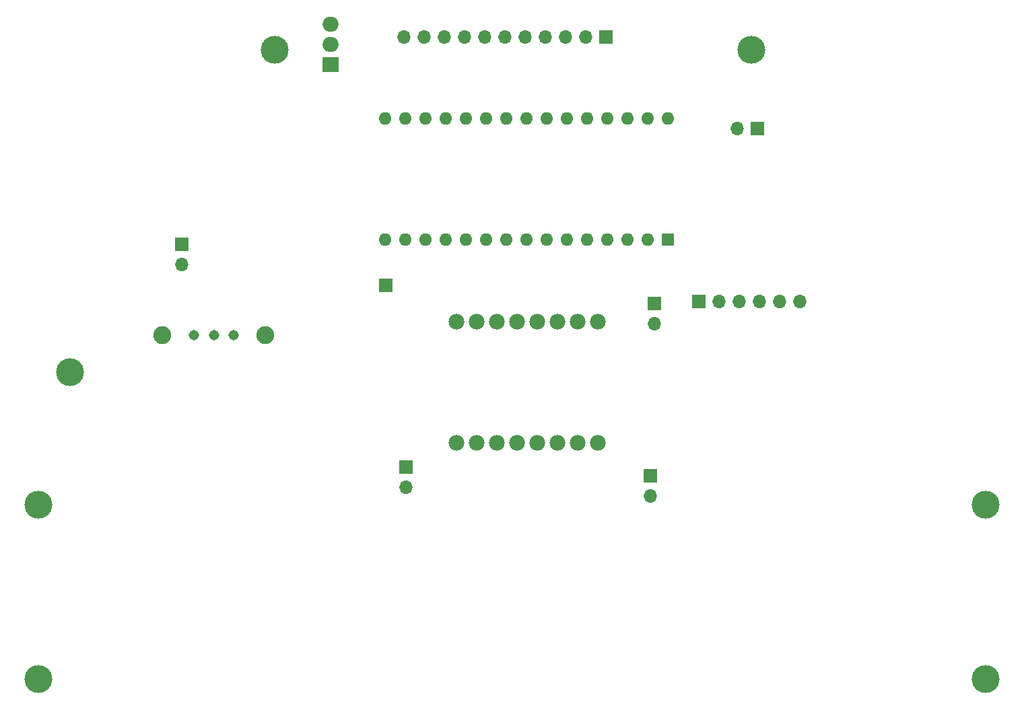
<source format=gbr>
%TF.GenerationSoftware,KiCad,Pcbnew,8.0.0*%
%TF.CreationDate,2024-09-30T17:05:31-03:00*%
%TF.ProjectId,LineFollowerRCX,4c696e65-466f-46c6-9c6f-776572524358,rev?*%
%TF.SameCoordinates,Original*%
%TF.FileFunction,Copper,L1,Top*%
%TF.FilePolarity,Positive*%
%FSLAX46Y46*%
G04 Gerber Fmt 4.6, Leading zero omitted, Abs format (unit mm)*
G04 Created by KiCad (PCBNEW 8.0.0) date 2024-09-30 17:05:31*
%MOMM*%
%LPD*%
G01*
G04 APERTURE LIST*
%TA.AperFunction,ComponentPad*%
%ADD10C,1.980000*%
%TD*%
%TA.AperFunction,ComponentPad*%
%ADD11R,1.700000X1.700000*%
%TD*%
%TA.AperFunction,ComponentPad*%
%ADD12R,1.600000X1.600000*%
%TD*%
%TA.AperFunction,ComponentPad*%
%ADD13O,1.600000X1.600000*%
%TD*%
%TA.AperFunction,ComponentPad*%
%ADD14O,1.700000X1.700000*%
%TD*%
%TA.AperFunction,ComponentPad*%
%ADD15R,2.000000X1.905000*%
%TD*%
%TA.AperFunction,ComponentPad*%
%ADD16O,2.000000X1.905000*%
%TD*%
%TA.AperFunction,ComponentPad*%
%ADD17C,1.308000*%
%TD*%
%TA.AperFunction,ComponentPad*%
%ADD18C,2.250000*%
%TD*%
%TA.AperFunction,ViaPad*%
%ADD19C,3.500000*%
%TD*%
G04 APERTURE END LIST*
D10*
%TO.P,U1,1,VM*%
%TO.N,Net-(U1-VM)*%
X199592624Y-118147000D03*
%TO.P,U1,2,VCC*%
%TO.N,Bateria Arduino*%
X197052624Y-118147000D03*
%TO.P,U1,3,GND*%
%TO.N,unconnected-(U1-GND-Pad3)*%
X194512624Y-118147000D03*
%TO.P,U1,4,A01*%
%TO.N,Net-(J3-+)*%
X191972624Y-118147000D03*
%TO.P,U1,5,A02*%
%TO.N,Net-(J3--)*%
X189432624Y-118147000D03*
%TO.P,U1,6,B02*%
%TO.N,Net-(J2--)*%
X186892624Y-118147000D03*
%TO.P,U1,7,B01*%
%TO.N,Net-(J2-+)*%
X184352624Y-118147000D03*
%TO.P,U1,8,GND__1*%
%TO.N,GND*%
X181812624Y-118147000D03*
%TO.P,U1,9,GND__2*%
%TO.N,unconnected-(U1-GND__2-Pad9)*%
X181812624Y-102907000D03*
%TO.P,U1,10,PWMB*%
%TO.N,Net-(A2-D11)*%
X184352624Y-102907000D03*
%TO.P,U1,11,BI2*%
%TO.N,Net-(A2-D9)*%
X186892624Y-102907000D03*
%TO.P,U1,12,BI1*%
%TO.N,Net-(A2-D8)*%
X189432624Y-102907000D03*
%TO.P,U1,13,STBY*%
%TO.N,Net-(A2-D5)*%
X191972624Y-102907000D03*
%TO.P,U1,14,AI1*%
%TO.N,Net-(A2-D4)*%
X194512624Y-102907000D03*
%TO.P,U1,15,AI2*%
%TO.N,Net-(A2-D3)*%
X197052624Y-102907000D03*
%TO.P,U1,16,PWMA*%
%TO.N,Net-(A2-D10)*%
X199592624Y-102907000D03*
%TD*%
D11*
%TO.P,J8,1,Pin_1*%
%TO.N,Net-(A2-D12)*%
X172922624Y-98335000D03*
%TD*%
D12*
%TO.P,A2,1,D1/TX*%
%TO.N,unconnected-(A2-D1{slash}TX-Pad1)*%
X208355624Y-92610000D03*
D13*
%TO.P,A2,2,D0/RX*%
%TO.N,unconnected-(A2-D0{slash}RX-Pad2)*%
X205815624Y-92610000D03*
%TO.P,A2,3,~{RESET}*%
%TO.N,unconnected-(A2-~{RESET}-Pad3)*%
X203275624Y-92610000D03*
%TO.P,A2,4,GND*%
%TO.N,GND*%
X200735624Y-92610000D03*
%TO.P,A2,5,D2*%
%TO.N,unconnected-(A2-D2-Pad5)*%
X198195624Y-92610000D03*
%TO.P,A2,6,D3*%
%TO.N,Net-(A2-D3)*%
X195655624Y-92610000D03*
%TO.P,A2,7,D4*%
%TO.N,Net-(A2-D4)*%
X193115624Y-92610000D03*
%TO.P,A2,8,D5*%
%TO.N,Net-(A2-D5)*%
X190575624Y-92610000D03*
%TO.P,A2,9,D6*%
%TO.N,/D6*%
X188035624Y-92610000D03*
%TO.P,A2,10,D7*%
%TO.N,/D7*%
X185495624Y-92610000D03*
%TO.P,A2,11,D8*%
%TO.N,Net-(A2-D8)*%
X182955624Y-92610000D03*
%TO.P,A2,12,D9*%
%TO.N,Net-(A2-D9)*%
X180415624Y-92610000D03*
%TO.P,A2,13,D10*%
%TO.N,Net-(A2-D10)*%
X177875624Y-92610000D03*
%TO.P,A2,14,D11*%
%TO.N,Net-(A2-D11)*%
X175335624Y-92610000D03*
%TO.P,A2,15,D12*%
%TO.N,Net-(A2-D12)*%
X172795624Y-92610000D03*
%TO.P,A2,16,D13*%
%TO.N,unconnected-(A2-D13-Pad16)*%
X172795624Y-77370000D03*
%TO.P,A2,17,3V3*%
%TO.N,unconnected-(A2-3V3-Pad17)*%
X175335624Y-77370000D03*
%TO.P,A2,18,AREF*%
%TO.N,unconnected-(A2-AREF-Pad18)*%
X177875624Y-77370000D03*
%TO.P,A2,19,A0*%
%TO.N,Net-(A2-A0)*%
X180415624Y-77370000D03*
%TO.P,A2,20,A1*%
%TO.N,Net-(A2-A1)*%
X182955624Y-77370000D03*
%TO.P,A2,21,A2*%
%TO.N,Net-(A2-A2)*%
X185495624Y-77370000D03*
%TO.P,A2,22,A3*%
%TO.N,Net-(A2-A3)*%
X188035624Y-77370000D03*
%TO.P,A2,23,A4*%
%TO.N,Net-(A2-A4)*%
X190575624Y-77370000D03*
%TO.P,A2,24,A5*%
%TO.N,Net-(A2-A5)*%
X193115624Y-77370000D03*
%TO.P,A2,25,A6*%
%TO.N,Net-(A2-A6)*%
X195655624Y-77370000D03*
%TO.P,A2,26,A7*%
%TO.N,Net-(A2-A7)*%
X198195624Y-77370000D03*
%TO.P,A2,27,+5V*%
%TO.N,Net-(A2-+5V)*%
X200735624Y-77370000D03*
%TO.P,A2,28,~{RESET}*%
%TO.N,unconnected-(A2-~{RESET}-Pad28)*%
X203275624Y-77370000D03*
%TO.P,A2,29,GND*%
%TO.N,GND*%
X205815624Y-77370000D03*
%TO.P,A2,30,VIN*%
%TO.N,Bateria Arduino*%
X208355624Y-77370000D03*
%TD*%
D11*
%TO.P,J9,1,Pin_1*%
%TO.N,Bateria Arduino*%
X219658624Y-78650000D03*
D14*
%TO.P,J9,2,Pin_2*%
X217118624Y-78650000D03*
%TD*%
D11*
%TO.P,Bateria1,1,+*%
%TO.N,Net-(Bateria1-+)*%
X147243624Y-93238000D03*
D14*
%TO.P,Bateria1,2,-*%
%TO.N,GND*%
X147243624Y-95778000D03*
%TD*%
D11*
%TO.P,J1,1,Pin_1*%
%TO.N,Bateria Arduino*%
X200608624Y-67093000D03*
D14*
%TO.P,J1,2,Pin_2*%
%TO.N,Net-(A2-A7)*%
X198068624Y-67093000D03*
%TO.P,J1,3,Pin_3*%
%TO.N,Net-(A2-A6)*%
X195528624Y-67093000D03*
%TO.P,J1,4,Pin_4*%
%TO.N,Net-(A2-A5)*%
X192988624Y-67093000D03*
%TO.P,J1,5,Pin_5*%
%TO.N,Net-(A2-A4)*%
X190448624Y-67093000D03*
%TO.P,J1,6,Pin_6*%
%TO.N,Net-(A2-A3)*%
X187908624Y-67093000D03*
%TO.P,J1,7,Pin_7*%
%TO.N,Net-(A2-A2)*%
X185368624Y-67093000D03*
%TO.P,J1,8,Pin_8*%
%TO.N,Net-(A2-A1)*%
X182828624Y-67093000D03*
%TO.P,J1,9,Pin_9*%
%TO.N,Net-(A2-A0)*%
X180288624Y-67093000D03*
%TO.P,J1,10,Pin_10*%
%TO.N,Net-(A2-+5V)*%
X177748624Y-67093000D03*
%TO.P,J1,11,Pin_11*%
%TO.N,GND*%
X175208624Y-67093000D03*
%TD*%
D11*
%TO.P,J2,1,+*%
%TO.N,Net-(J2-+)*%
X175462624Y-121195000D03*
D14*
%TO.P,J2,2,-*%
%TO.N,Net-(J2--)*%
X175462624Y-123735000D03*
%TD*%
D15*
%TO.P,U2,1,VI*%
%TO.N,Net-(U1-VM)*%
X165968624Y-70580000D03*
D16*
%TO.P,U2,2,GND*%
%TO.N,GND*%
X165968624Y-68040000D03*
%TO.P,U2,3,VO*%
%TO.N,Bateria Arduino*%
X165968624Y-65500000D03*
%TD*%
D11*
%TO.P,J4,1,State*%
%TO.N,unconnected-(J4-State-Pad1)*%
X212292624Y-100367000D03*
D14*
%TO.P,J4,2,RX*%
%TO.N,/D6*%
X214832624Y-100367000D03*
%TO.P,J4,3,TX*%
%TO.N,/D7*%
X217372624Y-100367000D03*
%TO.P,J4,4,GND*%
%TO.N,GND*%
X219912624Y-100367000D03*
%TO.P,J4,5,VCC*%
%TO.N,Bateria Arduino*%
X222452624Y-100367000D03*
%TO.P,J4,6,EN*%
%TO.N,unconnected-(J4-EN-Pad6)*%
X224992624Y-100367000D03*
%TD*%
D11*
%TO.P,J3,1,+*%
%TO.N,Net-(J3-+)*%
X206171624Y-122358000D03*
D14*
%TO.P,J3,2,-*%
%TO.N,Net-(J3--)*%
X206171624Y-124898000D03*
%TD*%
D17*
%TO.P,S1,1*%
%TO.N,Net-(Bateria1-+)*%
X153792624Y-104648000D03*
%TO.P,S1,2*%
%TO.N,Net-(U1-VM)*%
X151292624Y-104648000D03*
%TO.P,S1,3*%
%TO.N,GND*%
X148792624Y-104648000D03*
D18*
%TO.P,S1,P$4*%
%TO.N,N/C*%
X157792624Y-104648000D03*
%TO.P,S1,P$5*%
X144792624Y-104648000D03*
%TD*%
D11*
%TO.P,J10,1,Pin_1*%
%TO.N,GND*%
X206679624Y-100621000D03*
D14*
%TO.P,J10,2,Pin_2*%
X206679624Y-103161000D03*
%TD*%
D19*
%TO.N,*%
X133212624Y-109268000D03*
X158952624Y-68744000D03*
X218896624Y-68744000D03*
X129212624Y-147908000D03*
X129212624Y-125967000D03*
X248348624Y-125967000D03*
X248348624Y-147908000D03*
%TD*%
M02*

</source>
